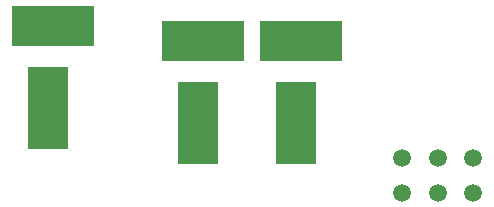
<source format=gbr>
G04 #@! TF.GenerationSoftware,KiCad,Pcbnew,(5.0.1)-3*
G04 #@! TF.CreationDate,2019-02-21T23:49:24-07:00*
G04 #@! TF.ProjectId,PowerManagement2019,506F7765724D616E6167656D656E7432,rev?*
G04 #@! TF.SameCoordinates,Original*
G04 #@! TF.FileFunction,Copper,L2,Bot,Signal*
G04 #@! TF.FilePolarity,Positive*
%FSLAX46Y46*%
G04 Gerber Fmt 4.6, Leading zero omitted, Abs format (unit mm)*
G04 Created by KiCad (PCBNEW (5.0.1)-3) date 2019-02-21 11:49:24 PM*
%MOMM*%
%LPD*%
G01*
G04 APERTURE LIST*
G04 #@! TA.AperFunction,ComponentPad*
%ADD10R,7.000000X3.500000*%
G04 #@! TD*
G04 #@! TA.AperFunction,ComponentPad*
%ADD11R,3.500000X7.000000*%
G04 #@! TD*
G04 #@! TA.AperFunction,ComponentPad*
%ADD12C,1.500000*%
G04 #@! TD*
G04 APERTURE END LIST*
D10*
G04 #@! TO.P,J1,1*
G04 #@! TO.N,Net-(D1.1-Pad1)*
X209375000Y-141875000D03*
D11*
G04 #@! TO.P,J1,2*
G04 #@! TO.N,GND*
X208975000Y-148825000D03*
G04 #@! TD*
G04 #@! TO.P,J2,2*
G04 #@! TO.N,Net-(J2-Pad2)*
X221675000Y-150095000D03*
D10*
G04 #@! TO.P,J2,1*
G04 #@! TO.N,Net-(J2-Pad1)*
X222075000Y-143145000D03*
G04 #@! TD*
G04 #@! TO.P,J3,1*
G04 #@! TO.N,Net-(J2-Pad2)*
X230330000Y-143145000D03*
D11*
G04 #@! TO.P,J3,2*
G04 #@! TO.N,GND*
X229930000Y-150095000D03*
G04 #@! TD*
D12*
G04 #@! TO.P,J4,1*
G04 #@! TO.N,Net-(D1.1-Pad2)*
X238935000Y-153065000D03*
G04 #@! TO.P,J4,2*
G04 #@! TO.N,GND*
X241935000Y-153065000D03*
G04 #@! TO.P,J4,4*
G04 #@! TO.N,N/C*
X238935000Y-156065000D03*
G04 #@! TO.P,J4,5*
X241935000Y-156065000D03*
G04 #@! TO.P,J4,6*
X244935000Y-156065000D03*
G04 #@! TO.P,J4,3*
X244935000Y-153065000D03*
G04 #@! TD*
M02*

</source>
